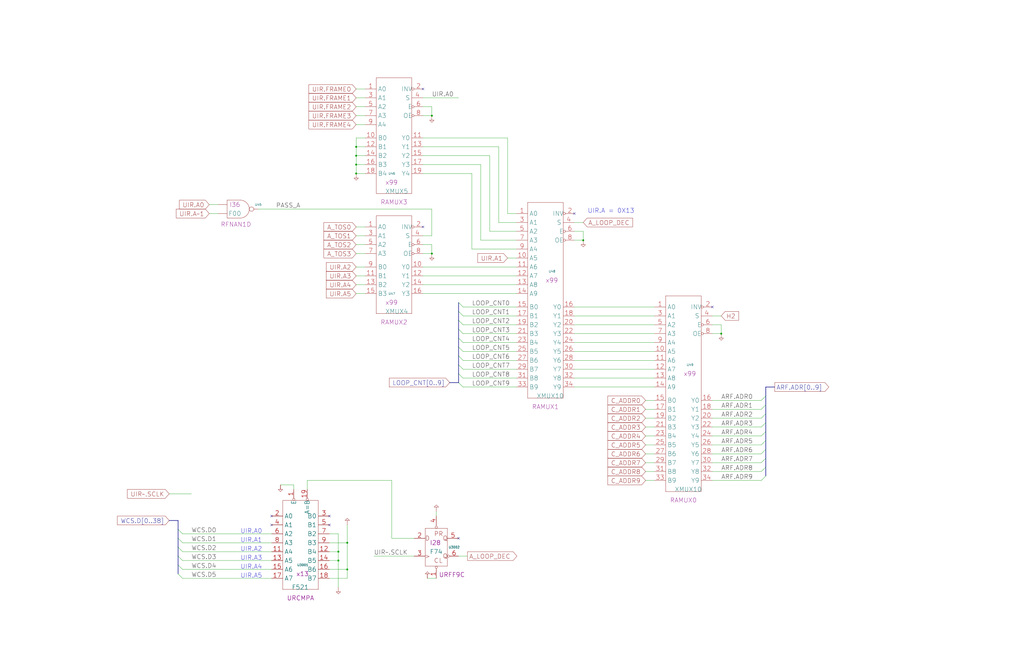
<source format=kicad_sch>
(kicad_sch (version 20221206) (generator eeschema)
  (paper "User" 584.2 378.46)
  (title_block (title "REGISTER FILE CONTROL\\nA ADDRESS GENERATION") (date "22-MAR-90") (rev "1.0") (comment 1 "VALUE") (comment 2 "232-003063") (comment 3 "S400") (comment 4 "RELEASED"))
  (lib_symbols
    (symbol "r1000:F00" (pin_numbers hide) (pin_names hide)
      (property "Reference" "U" (at 15.24 0 0))
      (property "Value" "F00" (at 1.905 -5.08 0))
      (property "Location" "___" (at 1.905 0 0))
      (property "Name" "______" (at 2.54 -12.7 0))
      (symbol "F00_0_1"
        (polyline (pts (xy -2.54 -7.62) (xy 5.08 -7.62)) (stroke (width 0.1524)))
        (polyline (pts (xy -2.54 2.54) (xy -2.54 -7.62)) (stroke (width 0.1524)))
        (polyline (pts (xy -2.54 2.54) (xy 5.08 2.54)) (stroke (width 0.1524)))
        (arc (start 5.08 -7.62) (mid 10.1282 -2.54) (end 5.08 2.54) (stroke (width 0.1524)))
        (circle (center 11.43 -2.54) (radius 1.27) (stroke (width 0.1524)))
      )
      (symbol "F00_0_2"
        (circle (center -3.81 -5.08) (radius 1.27) (stroke (width 0.1524)))
        (circle (center -3.81 0) (radius 1.27) (stroke (width 0.1524)))
        (arc (start -3.175 -7.62) (mid -2.134 -2.54) (end -3.175 2.54) (stroke (width 0.1524)))
        (polyline (pts (xy -3.175 -7.62) (xy 3.81 -7.62)) (stroke (width 0.1524)))
        (polyline (pts (xy -3.175 2.54) (xy 3.81 2.54)) (stroke (width 0.1524)))
        (arc (start 3.81 -7.62) (mid 7.5855 -5.8306) (end 10.16 -2.54) (stroke (width 0.1524)))
        (arc (start 10.16 -2.54) (mid 7.5827 0.7471) (end 3.81 2.54) (stroke (width 0.1524)))
      )
      (symbol "F00_1_1"
        (pin input line (at -7.62 0 0) (length 5.08) (name "D0") (number "1"))
        (pin input line (at -7.62 -5.08 0) (length 5.08) (name "D1") (number "2"))
        (pin output line (at 15.24 -2.54 180) (length 2.54) (name "Q") (number "3"))
      )
      (symbol "F00_1_2"
        (pin input line (at -7.62 0 0) (length 2.54) (name "D0") (number "1"))
        (pin input line (at -7.62 -5.08 0) (length 2.54) (name "D1") (number "2"))
        (pin output line (at 15.24 -2.54 180) (length 5.08) (name "Q") (number "3"))
      )
    )
    (symbol "r1000:F521" (pin_names (offset 1.016))
      (property "Reference" "U" (at 2.54 5.08 0))
      (property "Value" "F521" (at -3.81 -7.62 0))
      (property "Location" "___" (at -1.27 0 0))
      (property "Name" "______" (at 1.27 -15.24 0))
      (symbol "F521_1_1"
        (rectangle (start -8.89 41.91) (end 11.43 -8.89))
        (circle (center -2.54 42.545) (radius 0.635))
        (circle (center 5.08 42.545) (radius 0.635))
        (pin input line (at -2.54 48.26 270) (length 5.08) (name "E") (number "1"))
        (pin input line (at -15.24 12.7 0) (length 6.35) (name "A4") (number "11"))
        (pin input line (at 17.78 12.7 180) (length 6.35) (name "B4") (number "12"))
        (pin input line (at -15.24 7.62 0) (length 6.35) (name "A5") (number "13"))
        (pin input line (at 17.78 7.62 180) (length 6.35) (name "B5") (number "14"))
        (pin input line (at -15.24 2.54 0) (length 6.35) (name "A6") (number "15"))
        (pin input line (at 17.78 2.54 180) (length 6.35) (name "B6") (number "16"))
        (pin input line (at -15.24 -2.54 0) (length 6.35) (name "A7") (number "17"))
        (pin input line (at 17.78 -2.54 180) (length 6.35) (name "B7") (number "18"))
        (pin output line (at 5.08 48.26 270) (length 5.08) (name "A=B") (number "19"))
        (pin input line (at -15.24 33.02 0) (length 6.35) (name "A0") (number "2"))
        (pin input line (at 17.78 33.02 180) (length 6.35) (name "B0") (number "3"))
        (pin input line (at -15.24 27.94 0) (length 6.35) (name "A1") (number "4"))
        (pin input line (at 17.78 27.94 180) (length 6.35) (name "B1") (number "5"))
        (pin input line (at -15.24 22.86 0) (length 6.35) (name "A2") (number "6"))
        (pin input line (at 17.78 22.86 180) (length 6.35) (name "B2") (number "7"))
        (pin input line (at -15.24 17.78 0) (length 6.35) (name "A3") (number "8"))
        (pin input line (at 17.78 17.78 180) (length 6.35) (name "B3") (number "9"))
      )
    )
    (symbol "r1000:F74" (pin_names (offset 1.016) hide)
      (property "Reference" "U" (at 12.7 -2.54 0))
      (property "Value" "F74" (at -1.27 -5.08 0))
      (property "Location" "___" (at -1.27 0 0))
      (property "Name" "______" (at 11.43 -19.685 0))
      (symbol "F74_0_1"
        (rectangle (start -3.81 8.255) (end 8.89 -13.335) (stroke (width 0.1524)))
        (polyline (pts (xy 2.54 -15.24) (xy 2.54 -14.605)) (stroke (width 0.1524)))
        (polyline (pts (xy 2.54 10.16) (xy 2.54 9.525)) (stroke (width 0.1524)))
      )
      (symbol "F74_1_1"
        (circle (center 2.54 -13.97) (radius 0.635))
        (circle (center 2.54 8.89) (radius 0.635))
        (circle (center 9.525 -7.62) (radius 0.635))
        (text ">" (at -2.54 -7.62 0) (effects (font (size 2.54 2.54))))
        (text "C" (at 2.54 -10.16 0) (effects (font (size 2.54 2.54))))
        (text "D" (at -2.54 2.54 0) (effects (font (size 2.54 2.54))))
        (text "L" (at 5.08 -10.16 0) (effects (font (size 2.54 2.54))))
        (text "P" (at 2.54 5.08 0) (effects (font (size 2.54 2.54))))
        (text "Q" (at 7.62 -7.62 0) (effects (font (size 2.54 2.54))))
        (text "Q" (at 7.62 2.54 0) (effects (font (size 2.54 2.54))))
        (text "R" (at 5.08 5.08 0) (effects (font (size 2.54 2.54))))
        (pin input line (at 2.54 -20.32 90) (length 5.08) (name "CL_") (number "1"))
        (pin input line (at -10.16 2.54 0) (length 6.35) (name "D") (number "2"))
        (pin input line (at -10.16 -7.62 0) (length 6.35) (name "CLK") (number "3"))
        (pin input line (at 2.54 15.24 270) (length 5.08) (name "PR_") (number "4"))
        (pin output line (at 15.24 2.54 180) (length 6.35) (name "Q") (number "5"))
        (pin output line (at 15.24 -7.62 180) (length 5.08) (name "Q_") (number "6"))
      )
    )
    (symbol "r1000:PD" (power) (pin_numbers hide) (pin_names hide) (in_bom no)
      (symbol "PD_0_1"
        (polyline (pts (xy 0 -2.54) (xy 1.27 -2.54) (xy 0 -3.81) (xy -1.27 -2.54) (xy 0 -2.54)) (stroke (width 0.1524)))
      )
      (symbol "PD_1_1"
        (pin power_in line (at 0 0 270) (length 2.54) (name "PD") (number "1"))
      )
    )
    (symbol "r1000:PU" (power) (pin_numbers hide) (pin_names hide)
      (symbol "PU_0_1"
        (polyline (pts (xy 0 2.54) (xy -1.27 2.54) (xy 0 3.81) (xy 1.27 2.54) (xy 0 2.54)) (stroke (width 0.1524)))
      )
      (symbol "PU_1_1"
        (pin power_in line (at 0 0 90) (length 2.54) (name "PU") (number "1"))
      )
    )
    (symbol "r1000:XMUX10" (pin_names (offset 1.016))
      (property "Reference" "U" (at 2.54 5.08 0))
      (property "Value" "XMUX10" (at -6.35 -66.04 0))
      (property "Location" "___" (at -1.27 0 0))
      (property "Name" "______" (at -1.27 -73.66 0))
      (symbol "XMUX10_1_1"
        (rectangle (start -11.43 44.45) (end 8.89 -67.31))
        (circle (center 9.525 22.86) (radius 0.635))
        (circle (center 9.525 27.94) (radius 0.635))
        (circle (center 9.525 38.1) (radius 0.635))
        (pin input line (at -17.78 38.1 0) (length 6.35) (name "A0") (number "1"))
        (pin input line (at -17.78 12.7 0) (length 6.35) (name "A5") (number "10"))
        (pin input line (at -17.78 7.62 0) (length 6.35) (name "A6") (number "11"))
        (pin input line (at -17.78 2.54 0) (length 6.35) (name "A7") (number "12"))
        (pin input line (at -17.78 -2.54 0) (length 6.35) (name "A8") (number "13"))
        (pin input line (at -17.78 -7.62 0) (length 6.35) (name "A9") (number "14"))
        (pin input line (at -17.78 -15.24 0) (length 6.35) (name "B0") (number "15"))
        (pin tri_state line (at 15.24 -15.24 180) (length 6.35) (name "Y0") (number "16"))
        (pin input line (at -17.78 -20.32 0) (length 6.35) (name "B1") (number "17"))
        (pin tri_state line (at 15.24 -20.32 180) (length 6.35) (name "Y1") (number "18"))
        (pin input line (at -17.78 -25.4 0) (length 6.35) (name "B2") (number "19"))
        (pin input line (at 15.24 38.1 180) (length 5.08) (name "INV") (number "2"))
        (pin tri_state line (at 15.24 -25.4 180) (length 6.35) (name "Y2") (number "20"))
        (pin input line (at -17.78 -30.48 0) (length 6.35) (name "B3") (number "21"))
        (pin tri_state line (at 15.24 -30.48 180) (length 6.35) (name "Y3") (number "22"))
        (pin input line (at -17.78 -35.56 0) (length 6.35) (name "B4") (number "23"))
        (pin tri_state line (at 15.24 -35.56 180) (length 6.35) (name "Y4") (number "24"))
        (pin input line (at -17.78 -40.64 0) (length 6.35) (name "B5") (number "25"))
        (pin tri_state line (at 15.24 -40.64 180) (length 6.35) (name "Y5") (number "26"))
        (pin input line (at -17.78 -45.72 0) (length 6.35) (name "B6") (number "27"))
        (pin tri_state line (at 15.24 -45.72 180) (length 6.35) (name "Y6") (number "28"))
        (pin input line (at -17.78 -50.8 0) (length 6.35) (name "B7") (number "29"))
        (pin input line (at -17.78 33.02 0) (length 6.35) (name "A1") (number "3"))
        (pin tri_state line (at 15.24 -50.8 180) (length 6.35) (name "Y7") (number "30"))
        (pin input line (at -17.78 -55.88 0) (length 6.35) (name "B8") (number "31"))
        (pin tri_state line (at 15.24 -55.88 180) (length 6.35) (name "Y8") (number "32"))
        (pin input line (at -17.78 -60.96 0) (length 6.35) (name "B9") (number "33"))
        (pin tri_state line (at 15.24 -60.96 180) (length 6.35) (name "Y9") (number "34"))
        (pin input line (at 15.24 33.02 180) (length 6.35) (name "S") (number "4"))
        (pin input line (at -17.78 27.94 0) (length 6.35) (name "A2") (number "5"))
        (pin input line (at 15.24 27.94 180) (length 5.08) (name "E") (number "6"))
        (pin input line (at -17.78 22.86 0) (length 6.35) (name "A3") (number "7"))
        (pin input line (at 15.24 22.86 180) (length 5.08) (name "OE") (number "8"))
        (pin input line (at -17.78 17.78 0) (length 6.35) (name "A4") (number "9"))
      )
    )
    (symbol "r1000:XMUX4" (pin_names (offset 1.016))
      (property "Reference" "U" (at 2.54 5.08 0))
      (property "Value" "XMUX4" (at -1.27 -5.08 0))
      (property "Location" "___" (at -1.27 0 0))
      (property "Name" "______" (at 3.81 -12.7 0))
      (symbol "XMUX4_1_1"
        (rectangle (start -6.35 49.53) (end 13.97 -6.35))
        (circle (center 14.605 27.94) (radius 0.635))
        (circle (center 14.605 33.02) (radius 0.635))
        (circle (center 14.605 43.18) (radius 0.635))
        (pin input line (at -12.7 43.18 0) (length 6.35) (name "A0") (number "1"))
        (pin tri_state line (at 20.32 20.32 180) (length 6.35) (name "Y0") (number "10"))
        (pin input line (at -12.7 15.24 0) (length 6.35) (name "B1") (number "11"))
        (pin tri_state line (at 20.32 15.24 180) (length 6.35) (name "Y1") (number "12"))
        (pin input line (at -12.7 10.16 0) (length 6.35) (name "B2") (number "13"))
        (pin tri_state line (at 20.32 10.16 180) (length 6.35) (name "Y2") (number "14"))
        (pin input line (at -12.7 5.08 0) (length 6.35) (name "B3") (number "15"))
        (pin tri_state line (at 20.32 5.08 180) (length 6.35) (name "Y3") (number "16"))
        (pin input line (at 20.32 43.18 180) (length 5.08) (name "INV") (number "2"))
        (pin input line (at -12.7 38.1 0) (length 6.35) (name "A1") (number "3"))
        (pin input line (at 20.32 38.1 180) (length 6.35) (name "S") (number "4"))
        (pin input line (at -12.7 33.02 0) (length 6.35) (name "A2") (number "5"))
        (pin input line (at 20.32 33.02 180) (length 5.08) (name "E") (number "6"))
        (pin input line (at -12.7 27.94 0) (length 6.35) (name "A3") (number "7"))
        (pin input line (at 20.32 27.94 180) (length 5.08) (name "OE") (number "8"))
        (pin input line (at -12.7 20.32 0) (length 6.35) (name "B0") (number "9"))
      )
    )
    (symbol "r1000:XMUX5" (pin_names (offset 1.016))
      (property "Reference" "U" (at 2.54 5.08 0))
      (property "Value" "XMUX5" (at -1.27 -5.08 0))
      (property "Location" "___" (at -1.27 0 0))
      (property "Name" "______" (at 3.81 -12.7 0))
      (symbol "XMUX5_1_1"
        (rectangle (start -6.35 59.69) (end 13.97 -6.35))
        (circle (center 14.605 38.1) (radius 0.635))
        (circle (center 14.605 43.18) (radius 0.635))
        (circle (center 14.605 53.34) (radius 0.635))
        (pin input line (at -12.7 53.34 0) (length 6.35) (name "A0") (number "1"))
        (pin input line (at -12.7 25.4 0) (length 6.35) (name "B0") (number "10"))
        (pin tri_state line (at 20.32 25.4 180) (length 6.35) (name "Y0") (number "11"))
        (pin input line (at -12.7 20.32 0) (length 6.35) (name "B1") (number "12"))
        (pin tri_state line (at 20.32 20.32 180) (length 6.35) (name "Y1") (number "13"))
        (pin input line (at -12.7 15.24 0) (length 6.35) (name "B2") (number "14"))
        (pin tri_state line (at 20.32 15.24 180) (length 6.35) (name "Y2") (number "15"))
        (pin input line (at -12.7 10.16 0) (length 6.35) (name "B3") (number "16"))
        (pin tri_state line (at 20.32 10.16 180) (length 6.35) (name "Y3") (number "17"))
        (pin input line (at -12.7 5.08 0) (length 6.35) (name "B4") (number "18"))
        (pin tri_state line (at 20.32 5.08 180) (length 6.35) (name "Y4") (number "19"))
        (pin input line (at 20.32 53.34 180) (length 5.08) (name "INV") (number "2"))
        (pin input line (at -12.7 48.26 0) (length 6.35) (name "A1") (number "3"))
        (pin input line (at 20.32 48.26 180) (length 6.35) (name "S") (number "4"))
        (pin input line (at -12.7 43.18 0) (length 6.35) (name "A2") (number "5"))
        (pin input line (at 20.32 43.18 180) (length 5.08) (name "E") (number "6"))
        (pin input line (at -12.7 38.1 0) (length 6.35) (name "A3") (number "7"))
        (pin input line (at 20.32 38.1 180) (length 5.08) (name "OE") (number "8"))
        (pin input line (at -12.7 33.02 0) (length 6.35) (name "A4") (number "9"))
      )
    )
  )
  (junction (at 198.12 309.88))
  (junction (at 411.48 190.5))
  (junction (at 193.04 314.96))
  (junction (at 246.38 66.04))
  (junction (at 246.38 144.78))
  (junction (at 332.74 137.16))
  (junction (at 198.12 325.12))
  (junction (at 193.04 320.04))
  (junction (at 203.2 83.82))
  (junction (at 203.2 93.98))
  (junction (at 203.2 99.06))
  (junction (at 203.2 88.9))
  (no_connect (at 327.66 121.92))
  (no_connect (at 241.3 129.54))
  (no_connect (at 187.96 299.72))
  (no_connect (at 154.94 299.72))
  (no_connect (at 406.4 175.26))
  (no_connect (at 154.94 294.64))
  (no_connect (at 187.96 294.64))
  (no_connect (at 241.3 50.8))
  (no_connect (at 261.62 307.34))
  (bus_entry (at 261.62 172.72) (size 2.54 2.54))
  (bus_entry (at 261.62 193.04) (size 2.54 2.54))
  (bus_entry (at 261.62 182.88) (size 2.54 2.54))
  (bus_entry (at 101.6 302.26) (size 2.54 2.54))
  (bus_entry (at 101.6 327.66) (size 2.54 2.54))
  (bus_entry (at 436.88 251.46) (size -2.54 2.54))
  (bus_entry (at 261.62 203.2) (size 2.54 2.54))
  (bus_entry (at 436.88 266.7) (size -2.54 2.54))
  (bus_entry (at 261.62 177.8) (size 2.54 2.54))
  (bus_entry (at 261.62 187.96) (size 2.54 2.54))
  (bus_entry (at 436.88 236.22) (size -2.54 2.54))
  (bus_entry (at 261.62 213.36) (size 2.54 2.54))
  (bus_entry (at 261.62 198.12) (size 2.54 2.54))
  (bus_entry (at 436.88 241.3) (size -2.54 2.54))
  (bus_entry (at 436.88 256.54) (size -2.54 2.54))
  (bus_entry (at 436.88 226.06) (size -2.54 2.54))
  (bus_entry (at 261.62 208.28) (size 2.54 2.54))
  (bus_entry (at 436.88 231.14) (size -2.54 2.54))
  (bus_entry (at 436.88 246.38) (size -2.54 2.54))
  (bus_entry (at 101.6 322.58) (size 2.54 2.54))
  (bus_entry (at 101.6 317.5) (size 2.54 2.54))
  (bus_entry (at 101.6 307.34) (size 2.54 2.54))
  (bus_entry (at 436.88 261.62) (size -2.54 2.54))
  (bus_entry (at 101.6 312.42) (size 2.54 2.54))
  (bus_entry (at 436.88 271.78) (size -2.54 2.54))
  (bus_entry (at 261.62 218.44) (size 2.54 2.54))
  (wire (pts (xy 368.3 274.32) (xy 373.38 274.32)))
  (wire (pts (xy 406.4 243.84) (xy 434.34 243.84)))
  (wire (pts (xy 284.48 83.82) (xy 241.3 83.82)))
  (bus (pts (xy 101.6 302.26) (xy 101.6 307.34)))
  (wire (pts (xy 187.96 309.88) (xy 198.12 309.88)))
  (bus (pts (xy 436.88 220.98) (xy 436.88 226.06)))
  (wire (pts (xy 203.2 139.7) (xy 208.28 139.7)))
  (wire (pts (xy 264.16 190.5) (xy 294.64 190.5)))
  (wire (pts (xy 327.66 190.5) (xy 373.38 190.5)))
  (wire (pts (xy 187.96 314.96) (xy 193.04 314.96)))
  (wire (pts (xy 160.02 276.86) (xy 167.64 276.86)))
  (bus (pts (xy 256.54 218.44) (xy 261.62 218.44)))
  (bus (pts (xy 441.96 220.98) (xy 436.88 220.98)))
  (wire (pts (xy 368.3 228.6) (xy 373.38 228.6)))
  (wire (pts (xy 241.3 60.96) (xy 246.38 60.96)))
  (wire (pts (xy 241.3 139.7) (xy 246.38 139.7)))
  (wire (pts (xy 368.3 248.92) (xy 373.38 248.92)))
  (wire (pts (xy 198.12 309.88) (xy 198.12 299.72)))
  (wire (pts (xy 264.16 210.82) (xy 294.64 210.82)))
  (wire (pts (xy 284.48 127) (xy 294.64 127)))
  (wire (pts (xy 193.04 304.8) (xy 193.04 314.96)))
  (wire (pts (xy 289.56 121.92) (xy 289.56 78.74)))
  (wire (pts (xy 368.3 259.08) (xy 373.38 259.08)))
  (wire (pts (xy 223.52 274.32) (xy 223.52 307.34)))
  (wire (pts (xy 274.32 137.16) (xy 294.64 137.16)))
  (wire (pts (xy 264.16 205.74) (xy 294.64 205.74)))
  (bus (pts (xy 436.88 266.7) (xy 436.88 271.78)))
  (bus (pts (xy 436.88 261.62) (xy 436.88 266.7)))
  (bus (pts (xy 101.6 297.18) (xy 101.6 302.26)))
  (wire (pts (xy 243.84 330.2) (xy 248.92 330.2)))
  (wire (pts (xy 406.4 264.16) (xy 434.34 264.16)))
  (wire (pts (xy 104.14 304.8) (xy 154.94 304.8)))
  (wire (pts (xy 187.96 320.04) (xy 193.04 320.04)))
  (wire (pts (xy 368.3 238.76) (xy 373.38 238.76)))
  (wire (pts (xy 96.52 281.94) (xy 109.22 281.94)))
  (wire (pts (xy 198.12 330.2) (xy 198.12 325.12)))
  (wire (pts (xy 406.4 254) (xy 434.34 254)))
  (wire (pts (xy 411.48 185.42) (xy 411.48 190.5)))
  (wire (pts (xy 406.4 259.08) (xy 434.34 259.08)))
  (wire (pts (xy 104.14 314.96) (xy 154.94 314.96)))
  (wire (pts (xy 203.2 71.12) (xy 208.28 71.12)))
  (wire (pts (xy 167.64 276.86) (xy 167.64 279.4)))
  (wire (pts (xy 203.2 134.62) (xy 208.28 134.62)))
  (wire (pts (xy 248.92 292.1) (xy 248.92 294.64)))
  (wire (pts (xy 264.16 175.26) (xy 294.64 175.26)))
  (bus (pts (xy 261.62 182.88) (xy 261.62 187.96)))
  (wire (pts (xy 406.4 269.24) (xy 434.34 269.24)))
  (wire (pts (xy 279.4 132.08) (xy 279.4 88.9)))
  (wire (pts (xy 327.66 200.66) (xy 373.38 200.66)))
  (bus (pts (xy 261.62 187.96) (xy 261.62 193.04)))
  (wire (pts (xy 327.66 185.42) (xy 373.38 185.42)))
  (wire (pts (xy 289.56 147.32) (xy 294.64 147.32)))
  (wire (pts (xy 241.3 55.88) (xy 261.62 55.88)))
  (bus (pts (xy 436.88 226.06) (xy 436.88 231.14)))
  (wire (pts (xy 241.3 162.56) (xy 294.64 162.56)))
  (wire (pts (xy 246.38 119.38) (xy 246.38 134.62)))
  (wire (pts (xy 104.14 330.2) (xy 154.94 330.2)))
  (bus (pts (xy 436.88 241.3) (xy 436.88 246.38)))
  (wire (pts (xy 175.26 274.32) (xy 223.52 274.32)))
  (bus (pts (xy 436.88 246.38) (xy 436.88 251.46)))
  (wire (pts (xy 261.62 317.5) (xy 266.7 317.5)))
  (wire (pts (xy 187.96 330.2) (xy 198.12 330.2)))
  (wire (pts (xy 203.2 50.8) (xy 208.28 50.8)))
  (wire (pts (xy 406.4 180.34) (xy 411.48 180.34)))
  (wire (pts (xy 269.24 142.24) (xy 294.64 142.24)))
  (wire (pts (xy 246.38 66.04) (xy 241.3 66.04)))
  (wire (pts (xy 327.66 215.9) (xy 373.38 215.9)))
  (wire (pts (xy 327.66 127) (xy 332.74 127)))
  (wire (pts (xy 264.16 185.42) (xy 294.64 185.42)))
  (wire (pts (xy 406.4 228.6) (xy 434.34 228.6)))
  (wire (pts (xy 246.38 144.78) (xy 241.3 144.78)))
  (wire (pts (xy 274.32 137.16) (xy 274.32 93.98)))
  (wire (pts (xy 368.3 254) (xy 373.38 254)))
  (wire (pts (xy 284.48 127) (xy 284.48 83.82)))
  (wire (pts (xy 406.4 185.42) (xy 411.48 185.42)))
  (wire (pts (xy 147.32 119.38) (xy 246.38 119.38)))
  (bus (pts (xy 101.6 322.58) (xy 101.6 327.66)))
  (wire (pts (xy 198.12 325.12) (xy 198.12 309.88)))
  (wire (pts (xy 264.16 195.58) (xy 294.64 195.58)))
  (wire (pts (xy 213.36 317.5) (xy 236.22 317.5)))
  (wire (pts (xy 119.38 116.84) (xy 124.46 116.84)))
  (wire (pts (xy 246.38 60.96) (xy 246.38 66.04)))
  (bus (pts (xy 261.62 172.72) (xy 261.62 177.8)))
  (wire (pts (xy 246.38 139.7) (xy 246.38 144.78)))
  (wire (pts (xy 193.04 314.96) (xy 193.04 320.04)))
  (wire (pts (xy 203.2 88.9) (xy 208.28 88.9)))
  (wire (pts (xy 264.16 180.34) (xy 294.64 180.34)))
  (wire (pts (xy 119.38 121.92) (xy 124.46 121.92)))
  (wire (pts (xy 203.2 99.06) (xy 208.28 99.06)))
  (wire (pts (xy 332.74 137.16) (xy 327.66 137.16)))
  (wire (pts (xy 193.04 320.04) (xy 193.04 335.28)))
  (bus (pts (xy 261.62 213.36) (xy 261.62 218.44)))
  (wire (pts (xy 203.2 66.04) (xy 208.28 66.04)))
  (wire (pts (xy 289.56 78.74) (xy 241.3 78.74)))
  (bus (pts (xy 261.62 208.28) (xy 261.62 213.36)))
  (wire (pts (xy 327.66 132.08) (xy 332.74 132.08)))
  (wire (pts (xy 241.3 152.4) (xy 294.64 152.4)))
  (bus (pts (xy 96.52 297.18) (xy 101.6 297.18)))
  (bus (pts (xy 261.62 177.8) (xy 261.62 182.88)))
  (wire (pts (xy 187.96 325.12) (xy 198.12 325.12)))
  (wire (pts (xy 368.3 269.24) (xy 373.38 269.24)))
  (wire (pts (xy 327.66 205.74) (xy 373.38 205.74)))
  (wire (pts (xy 279.4 88.9) (xy 241.3 88.9)))
  (wire (pts (xy 223.52 307.34) (xy 236.22 307.34)))
  (wire (pts (xy 264.16 215.9) (xy 294.64 215.9)))
  (wire (pts (xy 203.2 162.56) (xy 208.28 162.56)))
  (wire (pts (xy 203.2 167.64) (xy 208.28 167.64)))
  (wire (pts (xy 203.2 88.9) (xy 203.2 83.82)))
  (wire (pts (xy 203.2 99.06) (xy 203.2 93.98)))
  (wire (pts (xy 406.4 238.76) (xy 434.34 238.76)))
  (wire (pts (xy 203.2 157.48) (xy 208.28 157.48)))
  (wire (pts (xy 203.2 129.54) (xy 208.28 129.54)))
  (wire (pts (xy 104.14 320.04) (xy 154.94 320.04)))
  (bus (pts (xy 436.88 231.14) (xy 436.88 236.22)))
  (wire (pts (xy 327.66 210.82) (xy 373.38 210.82)))
  (bus (pts (xy 261.62 193.04) (xy 261.62 198.12)))
  (wire (pts (xy 203.2 152.4) (xy 208.28 152.4)))
  (bus (pts (xy 436.88 256.54) (xy 436.88 261.62)))
  (wire (pts (xy 274.32 93.98) (xy 241.3 93.98)))
  (wire (pts (xy 289.56 121.92) (xy 294.64 121.92)))
  (wire (pts (xy 264.16 200.66) (xy 294.64 200.66)))
  (wire (pts (xy 203.2 60.96) (xy 208.28 60.96)))
  (bus (pts (xy 261.62 203.2) (xy 261.62 208.28)))
  (wire (pts (xy 332.74 132.08) (xy 332.74 137.16)))
  (wire (pts (xy 327.66 175.26) (xy 373.38 175.26)))
  (wire (pts (xy 203.2 83.82) (xy 203.2 78.74)))
  (wire (pts (xy 368.3 243.84) (xy 373.38 243.84)))
  (bus (pts (xy 436.88 251.46) (xy 436.88 256.54)))
  (wire (pts (xy 203.2 144.78) (xy 208.28 144.78)))
  (wire (pts (xy 241.3 134.62) (xy 246.38 134.62)))
  (wire (pts (xy 203.2 83.82) (xy 208.28 83.82)))
  (wire (pts (xy 241.3 167.64) (xy 294.64 167.64)))
  (wire (pts (xy 368.3 233.68) (xy 373.38 233.68)))
  (wire (pts (xy 406.4 274.32) (xy 434.34 274.32)))
  (bus (pts (xy 261.62 198.12) (xy 261.62 203.2)))
  (wire (pts (xy 406.4 233.68) (xy 434.34 233.68)))
  (wire (pts (xy 203.2 93.98) (xy 208.28 93.98)))
  (wire (pts (xy 104.14 309.88) (xy 154.94 309.88)))
  (bus (pts (xy 101.6 317.5) (xy 101.6 322.58)))
  (wire (pts (xy 279.4 132.08) (xy 294.64 132.08)))
  (wire (pts (xy 203.2 78.74) (xy 208.28 78.74)))
  (bus (pts (xy 101.6 317.5) (xy 101.6 312.42)))
  (wire (pts (xy 327.66 220.98) (xy 373.38 220.98)))
  (wire (pts (xy 411.48 190.5) (xy 406.4 190.5)))
  (wire (pts (xy 406.4 248.92) (xy 434.34 248.92)))
  (wire (pts (xy 203.2 55.88) (xy 208.28 55.88)))
  (wire (pts (xy 203.2 93.98) (xy 203.2 88.9)))
  (wire (pts (xy 269.24 99.06) (xy 241.3 99.06)))
  (wire (pts (xy 104.14 325.12) (xy 154.94 325.12)))
  (bus (pts (xy 436.88 236.22) (xy 436.88 241.3)))
  (wire (pts (xy 264.16 220.98) (xy 294.64 220.98)))
  (wire (pts (xy 175.26 279.4) (xy 175.26 274.32)))
  (wire (pts (xy 327.66 195.58) (xy 373.38 195.58)))
  (bus (pts (xy 101.6 307.34) (xy 101.6 312.42)))
  (wire (pts (xy 187.96 304.8) (xy 193.04 304.8)))
  (wire (pts (xy 327.66 180.34) (xy 373.38 180.34)))
  (wire (pts (xy 368.3 264.16) (xy 373.38 264.16)))
  (wire (pts (xy 241.3 157.48) (xy 294.64 157.48)))
  (wire (pts (xy 269.24 99.06) (xy 269.24 142.24)))
  (text "UIR.A1" (at 137.16 309.88 0) (effects (font (size 2.54 2.54)) (justify left bottom)))
  (text "UIR.A2" (at 137.16 314.96 0) (effects (font (size 2.54 2.54)) (justify left bottom)))
  (text "UIR.A3" (at 137.16 320.04 0) (effects (font (size 2.54 2.54)) (justify left bottom)))
  (text "UIR.A = 0X13" (at 335.28 121.92 0) (effects (font (size 2.54 2.54)) (justify left bottom)))
  (text "UIR.A4" (at 137.16 325.12 0) (effects (font (size 2.54 2.54)) (justify left bottom)))
  (text "UIR.A5" (at 137.16 330.2 0) (effects (font (size 2.54 2.54)) (justify left bottom)))
  (text "UIR.A0" (at 137.16 304.8 0) (effects (font (size 2.54 2.54)) (justify left bottom)))
  (label "WCS.D2" (at 109.22 314.96 0) (effects (font (size 2.54 2.54))))
  (label "LOOP_CNT8" (at 269.24 215.9 0) (effects (font (size 2.54 2.54))))
  (label "ARF.ADR8" (at 411.48 269.24 0) (effects (font (size 2.54 2.54))))
  (label "LOOP_CNT3" (at 269.24 190.5 0) (effects (font (size 2.54 2.54))))
  (label "WCS.D1" (at 109.22 309.88 0) (effects (font (size 2.54 2.54))))
  (label "ARF.ADR5" (at 411.48 254 0) (effects (font (size 2.54 2.54))))
  (label "ARF.ADR9" (at 411.48 274.32 0) (effects (font (size 2.54 2.54))))
  (label "LOOP_CNT0" (at 269.24 175.26 0) (effects (font (size 2.54 2.54))))
  (label "LOOP_CNT6" (at 269.24 205.74 0) (effects (font (size 2.54 2.54))))
  (label "ARF.ADR7" (at 411.48 264.16 0) (effects (font (size 2.54 2.54))))
  (label "LOOP_CNT2" (at 269.24 185.42 0) (effects (font (size 2.54 2.54))))
  (label "ARF.ADR0" (at 411.48 228.6 0) (effects (font (size 2.54 2.54))))
  (label "ARF.ADR4" (at 411.48 248.92 0) (effects (font (size 2.54 2.54))))
  (label "ARF.ADR1" (at 411.48 233.68 0) (effects (font (size 2.54 2.54))))
  (label "ARF.ADR6" (at 411.48 259.08 0) (effects (font (size 2.54 2.54))))
  (label "UIR.A0" (at 246.38 55.88 0) (effects (font (size 2.54 2.54))))
  (label "LOOP_CNT7" (at 269.24 210.82 0) (effects (font (size 2.54 2.54))))
  (label "ARF.ADR2" (at 411.48 238.76 0) (effects (font (size 2.54 2.54))))
  (label "ARF.ADR3" (at 411.48 243.84 0) (effects (font (size 2.54 2.54))))
  (label "WCS.D0" (at 109.22 304.8 0) (effects (font (size 2.54 2.54))))
  (label "LOOP_CNT5" (at 269.24 200.66 0) (effects (font (size 2.54 2.54))))
  (label "LOOP_CNT9" (at 269.24 220.98 0) (effects (font (size 2.54 2.54))))
  (label "WCS.D3" (at 109.22 320.04 0) (effects (font (size 2.54 2.54))))
  (label "WCS.D5" (at 109.22 330.2 0) (effects (font (size 2.54 2.54))))
  (label "UIR~.SCLK" (at 213.36 317.5 0) (effects (font (size 2.54 2.54))))
  (label "LOOP_CNT1" (at 269.24 180.34 0) (effects (font (size 2.54 2.54))))
  (label "LOOP_CNT4" (at 269.24 195.58 0) (effects (font (size 2.54 2.54))))
  (label "WCS.D4" (at 109.22 325.12 0) (effects (font (size 2.54 2.54))))
  (label "PASS_A" (at 157.48 119.38 0) (effects (font (size 2.54 2.54))))
  (global_label "UIR.A0" (shape input) (at 119.38 116.84 180) (effects (font (size 2.54 2.54))) (property "Intersheetrefs" "${INTERSHEET_REFS}" (at 102.3378 116.6813 0) (effects (font (size 1.905 1.905)) (justify right))))
  (global_label "ARF.ADR[0..9]" (shape output) (at 441.96 220.98 0) (effects (font (size 2.54 2.54))) (property "Intersheetrefs" "${INTERSHEET_REFS}" (at 472.7908 220.8213 0) (effects (font (size 1.905 1.905)) (justify left))))
  (global_label "UIR.A2" (shape input) (at 203.2 152.4 180) (effects (font (size 2.54 2.54))) (property "Intersheetrefs" "${INTERSHEET_REFS}" (at 186.1578 152.2413 0) (effects (font (size 1.905 1.905)) (justify right))))
  (global_label "C_ADDR2" (shape input) (at 368.3 238.76 180) (effects (font (size 2.54 2.54))) (property "Intersheetrefs" "${INTERSHEET_REFS}" (at 346.1158 238.76 0) (effects (justify right))))
  (global_label "C_ADDR8" (shape input) (at 368.3 269.24 180) (effects (font (size 2.54 2.54))) (property "Intersheetrefs" "${INTERSHEET_REFS}" (at 346.1158 269.24 0) (effects (justify right))))
  (global_label "A_TOS1" (shape input) (at 203.2 134.62 180) (effects (font (size 2.54 2.54))) (property "Intersheetrefs" "${INTERSHEET_REFS}" (at 184.8273 134.4613 0) (effects (font (size 1.905 1.905)) (justify right))))
  (global_label "UIR.FRAME4" (shape input) (at 203.2 71.12 180) (effects (font (size 2.54 2.54))) (property "Intersheetrefs" "${INTERSHEET_REFS}" (at 176.2397 70.9613 0) (effects (font (size 1.905 1.905)) (justify right))))
  (global_label "A_LOOP_DEC" (shape input) (at 332.74 127 0) (effects (font (size 2.54 2.54))) (property "Intersheetrefs" "${INTERSHEET_REFS}" (at 360.9098 126.8413 0) (effects (font (size 1.905 1.905)) (justify left))))
  (global_label "UIR.A3" (shape input) (at 203.2 157.48 180) (effects (font (size 2.54 2.54))) (property "Intersheetrefs" "${INTERSHEET_REFS}" (at 186.1578 157.3213 0) (effects (font (size 1.905 1.905)) (justify right))))
  (global_label "WCS.D[0..38]" (shape input) (at 96.52 297.18 180) (effects (font (size 2.54 2.54))) (property "Intersheetrefs" "${INTERSHEET_REFS}" (at 67.0197 297.0213 0) (effects (font (size 1.905 1.905)) (justify right))))
  (global_label "UIR~.SCLK" (shape input) (at 96.52 281.94 180) (effects (font (size 2.54 2.54))) (property "Intersheetrefs" "${INTERSHEET_REFS}" (at 72.0376 281.94 0) (effects (font (size 1.905 1.905)) (justify right))))
  (global_label "UIR.FRAME0" (shape input) (at 203.2 50.8 180) (effects (font (size 2.54 2.54))) (property "Intersheetrefs" "${INTERSHEET_REFS}" (at 176.2397 50.6413 0) (effects (font (size 1.905 1.905)) (justify right))))
  (global_label "C_ADDR0" (shape input) (at 368.3 228.6 180) (effects (font (size 2.54 2.54))) (property "Intersheetrefs" "${INTERSHEET_REFS}" (at 346.1158 228.6 0) (effects (font (size 1.905 1.905)) (justify right))))
  (global_label "C_ADDR5" (shape input) (at 368.3 254 180) (effects (font (size 2.54 2.54))) (property "Intersheetrefs" "${INTERSHEET_REFS}" (at 346.1158 254 0) (effects (justify right))))
  (global_label "C_ADDR4" (shape input) (at 368.3 248.92 180) (effects (font (size 2.54 2.54))) (property "Intersheetrefs" "${INTERSHEET_REFS}" (at 346.1158 248.92 0) (effects (justify right))))
  (global_label "UIR.A~1" (shape input) (at 119.38 121.92 180) (effects (font (size 2.54 2.54))) (property "Intersheetrefs" "${INTERSHEET_REFS}" (at 100.5235 121.7613 0) (effects (font (size 1.905 1.905)) (justify right))))
  (global_label "C_ADDR7" (shape input) (at 368.3 264.16 180) (effects (font (size 2.54 2.54))) (property "Intersheetrefs" "${INTERSHEET_REFS}" (at 346.1158 264.16 0) (effects (justify right))))
  (global_label "H2" (shape input) (at 411.48 180.34 0) (effects (font (size 2.54 2.54))) (property "Intersheetrefs" "${INTERSHEET_REFS}" (at 421.386 180.1813 0) (effects (font (size 1.905 1.905)) (justify left))))
  (global_label "UIR.A5" (shape input) (at 203.2 167.64 180) (effects (font (size 2.54 2.54))) (property "Intersheetrefs" "${INTERSHEET_REFS}" (at 186.1578 167.4813 0) (effects (font (size 1.905 1.905)) (justify right))))
  (global_label "A_LOOP_DEC" (shape output) (at 266.7 317.5 0) (effects (font (size 2.54 2.54))) (property "Intersheetrefs" "${INTERSHEET_REFS}" (at 294.8698 317.3413 0) (effects (font (size 1.905 1.905)) (justify left))))
  (global_label "UIR.FRAME2" (shape input) (at 203.2 60.96 180) (effects (font (size 2.54 2.54))) (property "Intersheetrefs" "${INTERSHEET_REFS}" (at 176.2397 60.8013 0) (effects (font (size 1.905 1.905)) (justify right))))
  (global_label "UIR.A1" (shape input) (at 289.56 147.32 180) (effects (font (size 2.54 2.54))) (property "Intersheetrefs" "${INTERSHEET_REFS}" (at 272.5178 147.1613 0) (effects (font (size 1.905 1.905)) (justify right))))
  (global_label "C_ADDR1" (shape input) (at 368.3 233.68 180) (effects (font (size 2.54 2.54))) (property "Intersheetrefs" "${INTERSHEET_REFS}" (at 346.1158 233.68 0) (effects (justify right))))
  (global_label "A_TOS2" (shape input) (at 203.2 139.7 180) (effects (font (size 2.54 2.54))) (property "Intersheetrefs" "${INTERSHEET_REFS}" (at 184.8273 139.5413 0) (effects (font (size 1.905 1.905)) (justify right))))
  (global_label "C_ADDR3" (shape input) (at 368.3 243.84 180) (effects (font (size 2.54 2.54))) (property "Intersheetrefs" "${INTERSHEET_REFS}" (at 346.1158 243.84 0) (effects (justify right))))
  (global_label "A_TOS3" (shape input) (at 203.2 144.78 180) (effects (font (size 2.54 2.54))) (property "Intersheetrefs" "${INTERSHEET_REFS}" (at 184.8273 144.6213 0) (effects (font (size 1.905 1.905)) (justify right))))
  (global_label "LOOP_CNT[0..9]" (shape input) (at 256.54 218.44 180) (effects (font (size 2.54 2.54))) (property "Intersheetrefs" "${INTERSHEET_REFS}" (at 222.0807 218.2813 0) (effects (font (size 1.905 1.905)) (justify right))))
  (global_label "C_ADDR6" (shape input) (at 368.3 259.08 180) (effects (font (size 2.54 2.54))) (property "Intersheetrefs" "${INTERSHEET_REFS}" (at 346.1158 259.08 0) (effects (justify right))))
  (global_label "UIR.FRAME1" (shape input) (at 203.2 55.88 180) (effects (font (size 2.54 2.54))) (property "Intersheetrefs" "${INTERSHEET_REFS}" (at 176.2397 55.7213 0) (effects (font (size 1.905 1.905)) (justify right))))
  (global_label "A_TOS0" (shape input) (at 203.2 129.54 180) (effects (font (size 2.54 2.54))) (property "Intersheetrefs" "${INTERSHEET_REFS}" (at 184.8273 129.3813 0) (effects (font (size 1.905 1.905)) (justify right))))
  (global_label "C_ADDR9" (shape input) (at 368.3 274.32 180) (effects (font (size 2.54 2.54))) (property "Intersheetrefs" "${INTERSHEET_REFS}" (at 346.1158 274.32 0) (effects (justify right))))
  (global_label "UIR.FRAME3" (shape input) (at 203.2 66.04 180) (effects (font (size 2.54 2.54))) (property "Intersheetrefs" "${INTERSHEET_REFS}" (at 176.2397 65.8813 0) (effects (font (size 1.905 1.905)) (justify right))))
  (global_label "UIR.A4" (shape input) (at 203.2 162.56 180) (effects (font (size 2.54 2.54))) (property "Intersheetrefs" "${INTERSHEET_REFS}" (at 186.1578 162.4013 0) (effects (font (size 1.905 1.905)) (justify right))))
  (symbol (lib_id "r1000:XMUX10") (at 391.16 213.36 0) (unit 1)
    (property "Reference" "U49" (at 393.7 208.28 0))
    (property "Value" "XMUX10" (at 384.81 279.4 0) (effects (font (size 2.54 2.54)) (justify left)))
    (property "Location" "x99" (at 389.89 213.36 0) (effects (font (size 2.54 2.54)) (justify left)))
    (property "Name" "RAMUX0" (at 389.89 287.02 0) (effects (font (size 2.54 2.54)) (justify bottom)))
  )
  (symbol (lib_id "r1000:PD") (at 246.38 144.78 0) (unit 1) (in_bom no)
    (property "Reference" "#PWR030" (effects hide))
    (property "Value" "PD" (effects hide))
  )
  (symbol (lib_id "r1000:F74") (at 246.38 309.88 0) (unit 1)
    (property "Reference" "U59" (at 259.08 312.42 0))
    (property "Value" "F74" (at 245.11 314.96 0) (effects (font (size 2.54 2.54)) (justify left)))
    (property "Location" "I28" (at 245.11 309.88 0) (effects (font (size 2.54 2.54)) (justify left)))
    (property "Name" "URFF9C" (at 257.81 329.565 0) (effects (font (size 2.54 2.54)) (justify bottom)))
    (instances (project "VAL" (path "" (reference "U3002") (unit 1))))
  )
  (symbol (lib_id "r1000:XMUX10") (at 312.42 160.02 0) (unit 1)
    (property "Reference" "U48" (at 314.96 154.94 0))
    (property "Value" "XMUX10" (at 306.07 226.06 0) (effects (font (size 2.54 2.54)) (justify left)))
    (property "Location" "x99" (at 311.15 160.02 0) (effects (font (size 2.54 2.54)) (justify left)))
    (property "Name" "RAMUX1" (at 311.15 233.68 0) (effects (font (size 2.54 2.54)) (justify bottom)))
  )
  (symbol (lib_id "r1000:PD") (at 411.48 190.5 0) (unit 1) (in_bom no)
    (property "Reference" "#PWR032" (effects hide))
    (property "Value" "PD" (effects hide))
  )
  (symbol (lib_id "r1000:PD") (at 246.38 66.04 0) (unit 1) (in_bom no)
    (property "Reference" "#PWR029" (effects hide))
    (property "Value" "PD" (effects hide))
  )
  (symbol (lib_id "r1000:XMUX5") (at 220.98 104.14 0) (unit 1)
    (property "Reference" "U46" (at 223.52 99.06 0))
    (property "Value" "XMUX5" (at 219.71 109.22 0) (effects (font (size 2.54 2.54)) (justify left)))
    (property "Location" "x99" (at 219.71 104.14 0) (effects (font (size 2.54 2.54)) (justify left)))
    (property "Name" "RAMUX3" (at 224.79 116.84 0) (effects (font (size 2.54 2.54)) (justify bottom)))
  )
  (symbol (lib_id "r1000:F521") (at 170.18 327.66 0) (unit 1)
    (property "Reference" "U57" (at 172.72 322.58 0))
    (property "Value" "F521" (at 166.37 335.28 0) (effects (font (size 2.54 2.54)) (justify left)))
    (property "Location" "x13" (at 168.91 327.66 0) (effects (font (size 2.54 2.54)) (justify left)))
    (property "Name" "URCMPA" (at 171.45 342.9 0) (effects (font (size 2.54 2.54)) (justify bottom)))
    (instances (project "VAL" (path "" (reference "U3001") (unit 1))))
  )
  (symbol (lib_id "r1000:PU") (at 243.84 330.2 0) (unit 1)
    (property "Reference" "#PWR046" (effects hide))
    (property "Value" "PU" (effects hide))
    (instances (project "VAL" (path "" (reference "#PWR03004") (unit 1))))
  )
  (symbol (lib_id "r1000:XMUX4") (at 220.98 172.72 0) (unit 1)
    (property "Reference" "U47" (at 223.52 167.64 0))
    (property "Value" "XMUX4" (at 219.71 177.8 0) (effects (font (size 2.54 2.54)) (justify left)))
    (property "Location" "x99" (at 219.71 172.72 0) (effects (font (size 2.54 2.54)) (justify left)))
    (property "Name" "RAMUX2" (at 224.79 185.42 0) (effects (font (size 2.54 2.54)) (justify bottom)))
  )
  (symbol (lib_id "r1000:PD") (at 203.2 99.06 0) (unit 1) (in_bom no)
    (property "Reference" "#PWR028" (effects hide))
    (property "Value" "PD" (effects hide))
  )
  (symbol (lib_id "r1000:PU") (at 248.92 292.1 0) (unit 1)
    (property "Reference" "#PWR048" (effects hide))
    (property "Value" "PU" (effects hide))
    (instances (project "VAL" (path "" (reference "#PWR03005") (unit 1))))
  )
  (symbol (lib_id "r1000:PD") (at 160.02 276.86 0) (unit 1) (in_bom no)
    (property "Reference" "#PWR040" (effects hide))
    (property "Value" "PD" (effects hide))
    (instances (project "VAL" (path "" (reference "#PWR03001") (unit 1))))
  )
  (symbol (lib_id "r1000:F00") (at 132.08 116.84 0) (unit 1)
    (property "Reference" "U45" (at 147.32 116.84 0))
    (property "Value" "F00" (at 133.985 121.92 0) (effects (font (size 2.54 2.54))))
    (property "Location" "I36" (at 133.985 116.84 0) (effects (font (size 2.54 2.54))))
    (property "Name" "RFNAN1D" (at 134.62 129.54 0) (effects (font (size 2.54 2.54)) (justify bottom)))
  )
  (symbol (lib_id "r1000:PU") (at 198.12 299.72 0) (unit 1)
    (property "Reference" "#PWR044" (effects hide))
    (property "Value" "PU" (effects hide))
    (instances (project "VAL" (path "" (reference "#PWR03003") (unit 1))))
  )
  (symbol (lib_id "r1000:PD") (at 332.74 137.16 0) (unit 1) (in_bom no)
    (property "Reference" "#PWR031" (effects hide))
    (property "Value" "PD" (effects hide))
  )
  (symbol (lib_id "r1000:PD") (at 193.04 335.28 0) (unit 1) (in_bom no)
    (property "Reference" "#PWR042" (effects hide))
    (property "Value" "PD" (effects hide))
    (instances (project "VAL" (path "" (reference "#PWR03002") (unit 1))))
  )
)
</source>
